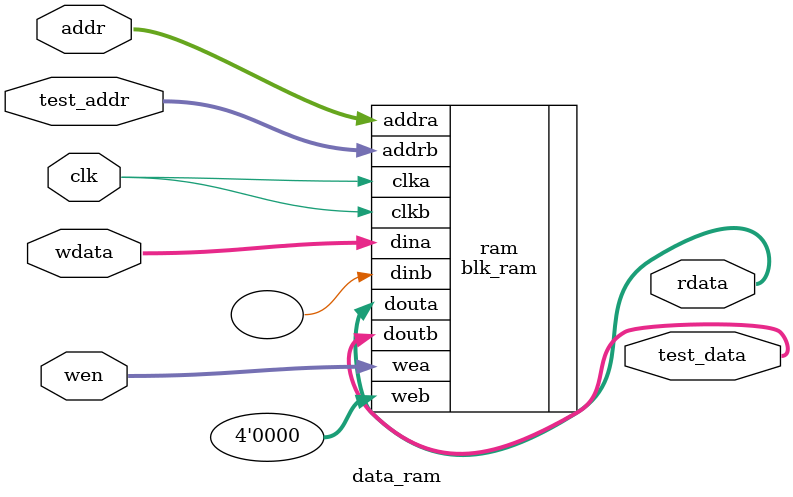
<source format=v>
`timescale 1ns / 1ps

module data_ram(
    input clk,
    input [3:0] wen,//write enable
    input [7:0] addr,
    input [31:0] wdata,//write data
    output [31:0] rdata,//read data
    input [7:0] test_addr,
    output [31:0] test_data
    );
    blk_ram ram(
        .clka(clk),
        .wea(wen),
        .addra(addr),
        .dina(wdata),
        .douta(rdata),
        .clkb(clk),
        .web(4'b0000),
        .addrb(test_addr),
        .dinb(),
        .doutb(test_data)
    );
endmodule

</source>
